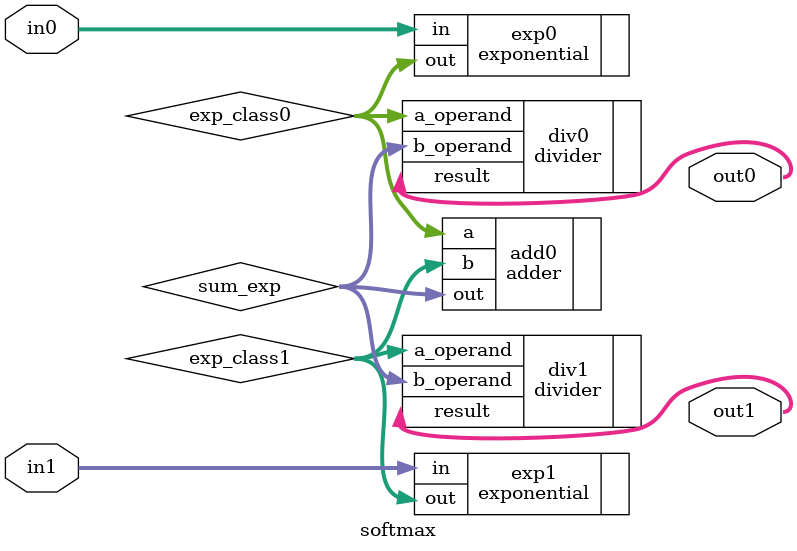
<source format=v>
`timescale 1ns / 1ps


module softmax
    #(
    parameter data_width = 32
    )
    (
    in0,
    in1,
    out0,
    out1
    );
    
    input wire [data_width-1:0] in0, in1;
    output wire [data_width-1:0] out0, out1;
    
    wire [data_width-1:0] exp_class0, exp_class1, sum_exp;
    
exponential
    exp0(
    .in(in0),
    .out(exp_class0)
    );

exponential
    exp1(
    .in(in1),
    .out(exp_class1)
    );
    
adder
    add0(
    .a(exp_class0),
    .b(exp_class1),
    .out(sum_exp)
    );

divider div0(
    .a_operand(exp_class0),
    .b_operand(sum_exp),
    .result(out0)
    );

divider div1(
    .a_operand(exp_class1),
    .b_operand(sum_exp),
    .result(out1)
    );
endmodule

</source>
